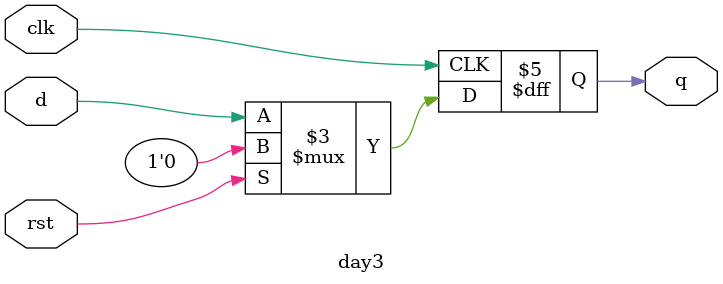
<source format=v>
module day3(
  input d,
  input clk,
  input rst,
  output reg q
);
  
  //synchronous reset
  always @(posedge clk)
    begin
      if(rst)
        q <= 1'b0;
      else
        q <= d;
    end
endmodule

</source>
